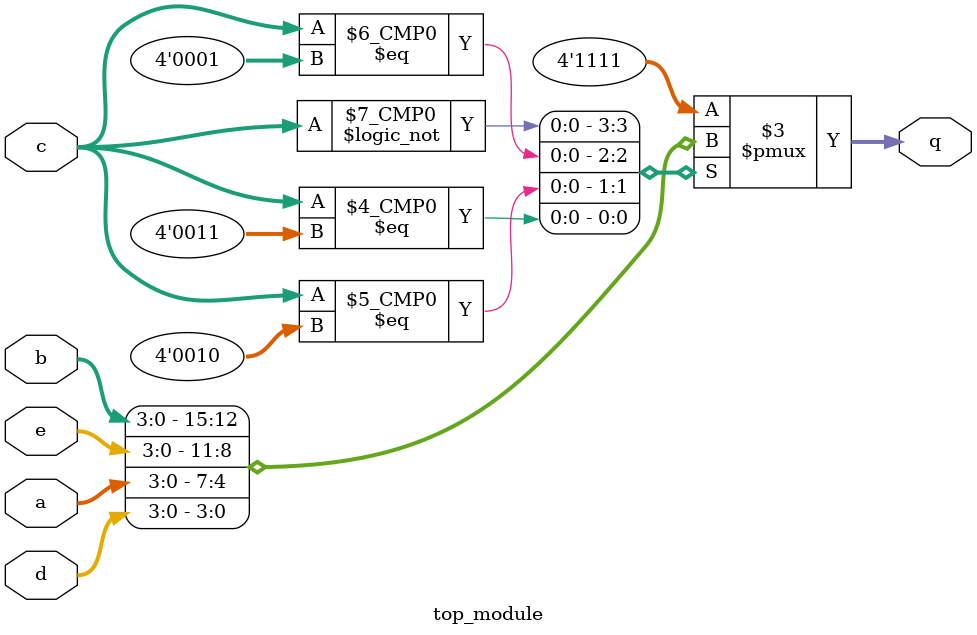
<source format=sv>
module top_module (
  input [3:0] a,
  input [3:0] b,
  input [3:0] c,
  input [3:0] d,
  input [3:0] e,
  output reg [3:0] q
);

  // always block to continuously evaluate the value of c
  always @(*) begin
    case (c)
      0: q = b;  // if c is 0, assign q the value of b
      1: q = e;  // if c is 1, assign q the value of e
      2: q = a;  // if c is 2, assign q the value of a
      3: q = d;  // if c is 3, assign q the value of d
      default: q = 4'hf;  // if c is any other value, assign q the value of 4'hf
    endcase
  end

endmodule

</source>
